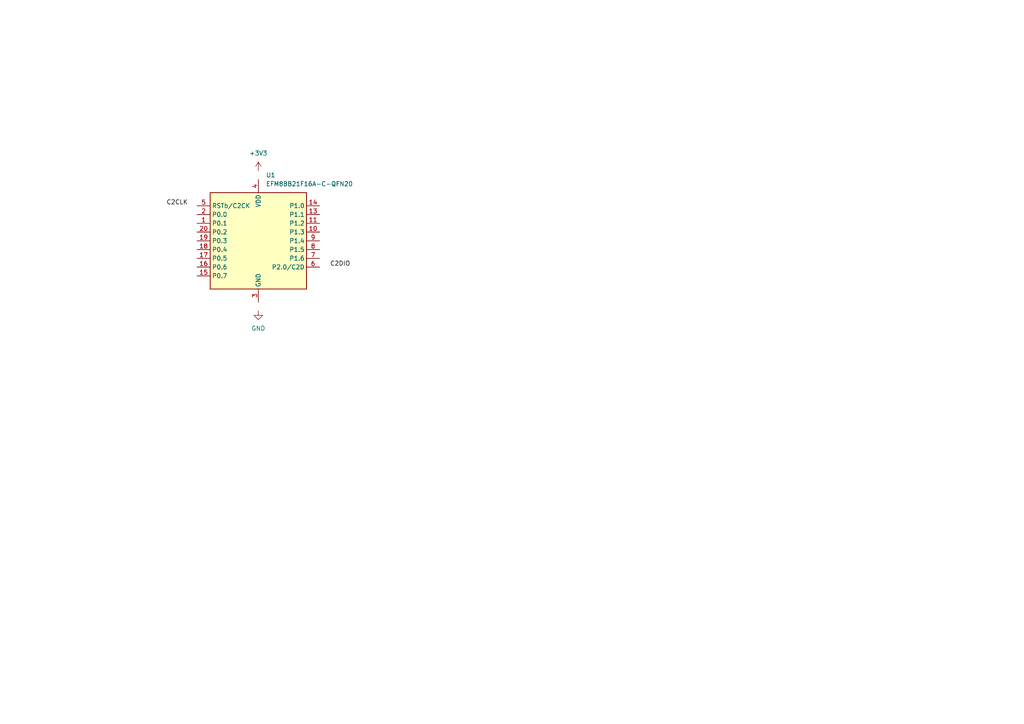
<source format=kicad_sch>
(kicad_sch (version 20230121) (generator eeschema)
  (paper "A4")
  (lib_symbols
    (symbol "MCU_SiliconLabs_Extra:EFM8BB21F16A-C-QFN20"
      (property "Reference" "U" (at -13.97 15.24 0))
      (property "Value" "EFM8BB21F16A-C-QFN20" (at 1.27 15.24 0))
      (symbol "EFM8BB21F16A-C-QFN20_0_1"
        (rectangle (start -13.97 13.97) (end 13.97 -13.97) (stroke (width 0.254)) (fill (type background)))
        (pin bidirectional line (at -17.78 5.08 0) (length 3.81) (name "P0.1") (number "1"))
        (pin bidirectional line (at 17.78 2.54 180) (length 3.81) (name "P1.3") (number "10"))
        (pin bidirectional line (at 17.78 5.08 180) (length 3.81) (name "P1.2") (number "11"))
        (pin passive line (at 0 -17.78 90) (length 3.81) hide (name "GND") (number "12"))
        (pin bidirectional line (at 17.78 7.62 180) (length 3.81) (name "P1.1") (number "13"))
        (pin bidirectional line (at 17.78 10.16 180) (length 3.81) (name "P1.0") (number "14"))
        (pin bidirectional line (at -17.78 -10.16 0) (length 3.81) (name "P0.7") (number "15"))
        (pin bidirectional line (at -17.78 -7.62 0) (length 3.81) (name "P0.6") (number "16"))
        (pin bidirectional line (at -17.78 -5.08 0) (length 3.81) (name "P0.5") (number "17"))
        (pin bidirectional line (at -17.78 -2.54 0) (length 3.81) (name "P0.4") (number "18"))
        (pin bidirectional line (at -17.78 0 0) (length 3.81) (name "P0.3") (number "19"))
        (pin bidirectional line (at -17.78 7.62 0) (length 3.81) (name "P0.0") (number "2"))
        (pin bidirectional line (at -17.78 2.54 0) (length 3.81) (name "P0.2") (number "20"))
        (pin passive line (at 0 -17.78 90) (length 3.81) hide (name "GND") (number "21"))
        (pin power_in line (at 0 -17.78 90) (length 3.81) (name "GND") (number "3"))
        (pin power_in line (at 0 17.78 270) (length 3.81) (name "VDD") (number "4"))
        (pin input line (at -17.78 10.16 0) (length 3.81) (name "RSTb/C2CK") (number "5"))
        (pin bidirectional line (at 17.78 -7.62 180) (length 3.81) (name "P2.0/C2D") (number "6"))
        (pin bidirectional line (at 17.78 -5.08 180) (length 3.81) (name "P1.6") (number "7"))
        (pin bidirectional line (at 17.78 -2.54 180) (length 3.81) (name "P1.5") (number "8"))
        (pin bidirectional line (at 17.78 0 180) (length 3.81) (name "P1.4") (number "9"))
      )
    )
    (symbol "power:+3V3" (power) (pin_names (offset 0))
      (property "Value" "+3V3" (at 0 3.556 0))
      (symbol "+3V3_0_1"
        (polyline (pts (xy -0.762 1.27) (xy 0 2.54)))
        (polyline (pts (xy 0 0) (xy 0 2.54)))
        (polyline (pts (xy 0 2.54) (xy 0.762 1.27)))
      )
      (symbol "+3V3_1_1"
        (pin power_in line (at 0 0 90) (length 0) hide (name "+3V3") (number "1"))
      )
    )
    (symbol "power:GND" (power) (pin_names (offset 0))
      (property "Value" "GND" (at 0 -3.81 0))
      (symbol "GND_0_1"
        (polyline (pts (xy 0 0) (xy 0 -1.27) (xy 1.27 -1.27) (xy 0 -2.54) (xy -1.27 -1.27) (xy 0 -1.27)))
      )
      (symbol "GND_1_1"
        (pin power_in line (at 0 0 270) (length 0) hide (name "GND") (number "1"))
      )
    )
  )
  (label "C2DIO" (at 101.6 77.47 180))
  (label "C2CLK" (at 48.26 59.69 0))
  (symbol (lib_id "MCU_SiliconLabs_Extra:EFM8BB21F16A-C-QFN20") (at 74.93 69.85 0) (unit 1)
    (property "Reference" "U1" (at 77.1241 50.8 0) (effects (justify left)))
    (property "Value" "EFM8BB21F16A-C-QFN20" (at 77.1241 53.34 0) (effects (justify left)))
    (property "Footprint" "Package_DFN_QFN:SiliconLabs_QFN-20-1EP_3x3mm_P0.5mm_EP1.8x1.8mm" (effects hide))
    (property "Datasheet" "https://www.silabs.com/documents/public/data-sheets/efm8bb2-datasheet.pdf" (effects hide))
  )
  (symbol (lib_id "power:GND") (at 74.93 90.17 0) (unit 1)
    (property "Reference" "#PWR01" (effects hide))
    (property "Value" "GND" (at 74.93 95.25 0))
  )
  (symbol (lib_id "power:+3V3") (at 74.93 49.53 0) (unit 1)
    (property "Reference" "#PWR02" (effects hide))
    (property "Value" "+3V3" (at 74.93 44.45 0))
  )
)
</source>
